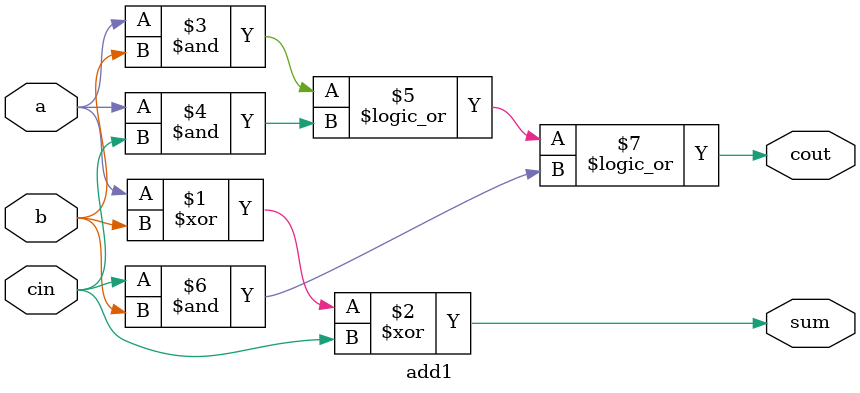
<source format=v>
module top_module(
    input [31:0] a,
    input [31:0] b,
    output [31:0] sum
);
    wire t1;
    add16 m1(.a(a[15:0]), .b(b[15:0]), .cin(0), .sum(sum[15:0]), .cout(t1) );
    add16 m2(.a(a[31:16]), .b(b[31:16]), .cin(t1), .sum(sum[31:16]), .cout() );
endmodule

module add1 ( input a, input b, input cin,   output sum, output cout );
	
    assign sum = a ^ b ^ cin;
    assign cout =  (a&b) || (a&cin) ||(cin&b);
    

endmodule
</source>
